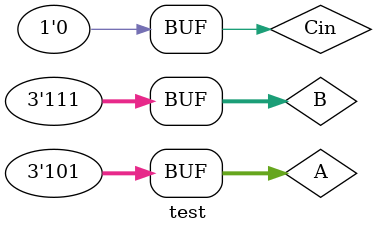
<source format=v>
`timescale 1ns / 1ps


module test;

	// Inputs
	reg [2:0] A;
	reg [2:0] B;
	reg Cin;

	// Outputs
	wire Cout;
	wire [2:0] Sum;

	// Instantiate the Unit Under Test (UUT)
	adder_3bit uut (
		.A(A), 
		.B(B), 
		.Cin(Cin), 
		.Cout(Cout), 
		.Sum(Sum)
	);

	initial begin
#5;
A=0;
B=0;
Cin=0;

#5;
A=2;
B=3;

#5;
Cin=1;

#5;
Cin=0;
A= 3'b101;

#5;
B=3'b111;

#5;
Cin=0;
#5;
#5;


	end
	
	
      
endmodule


</source>
